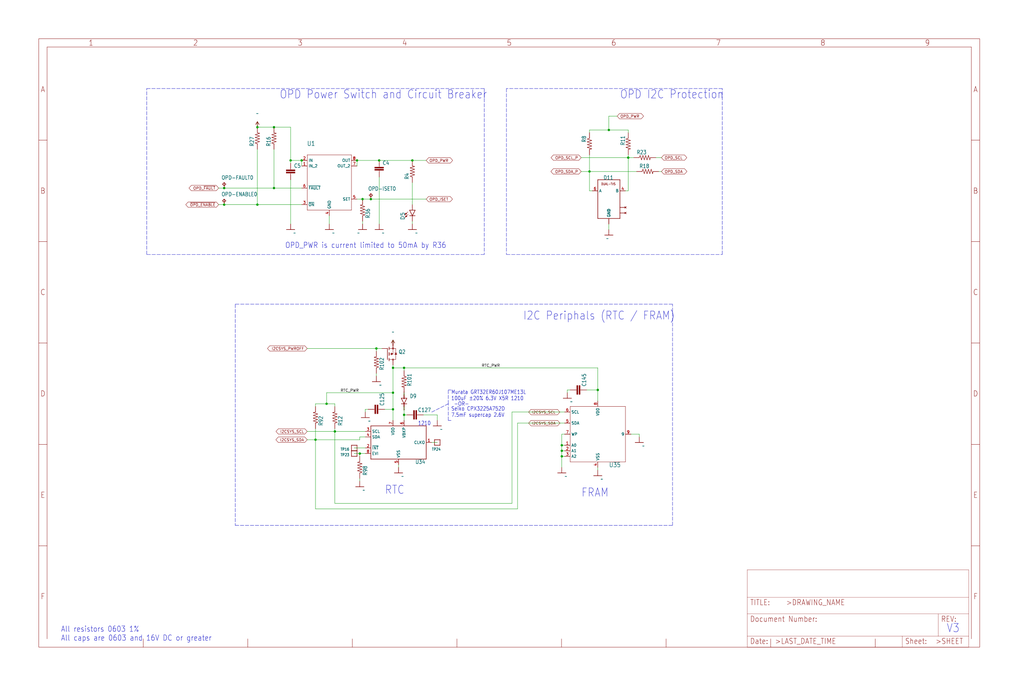
<source format=kicad_sch>
(kicad_sch (version 20211123) (generator eeschema)
  (paper "User" 469.9 317.906)
  (lib_symbols
    (symbol "oresat-c3-eagle-import:3.3V" (power)
      (property "Value" "3.3V" (at -2.54 0 0))
      (symbol "3.3V_1_0"
        (polyline (pts (xy 0 0) (xy -0.762 -1.27)) (stroke (width 0.254)))
        (polyline (pts (xy 0.762 -1.27) (xy 0 0)) (stroke (width 0.254)))
        (pin power_in line (at 0 -2.54 90) (length 2.54) (name "3.3V") (number "1"))
      )
    )
    (symbol "oresat-c3-eagle-import:C-EU0603-C-NOSILK"
      (property "Reference" "C" (at 1.524 0.381 0))
      (property "Value" "C-EU0603-C-NOSILK" (at 1.524 -4.699 0))
      (symbol "C-EU0603-C-NOSILK_1_0"
        (rectangle (start -2.032 -2.032) (end 2.032 -1.524) (fill (type outline)))
        (rectangle (start -2.032 -1.016) (end 2.032 -0.508) (fill (type outline)))
        (polyline (pts (xy 0 -2.54) (xy 0 -2.032)) (stroke (width 0.1524)))
        (polyline (pts (xy 0 0) (xy 0 -0.508)) (stroke (width 0.1524)))
        (pin passive line (at 0 2.54 270) (length 2.54) (name "1") (number "1"))
        (pin passive line (at 0 -5.08 90) (length 2.54) (name "2") (number "2"))
      )
    )
    (symbol "oresat-c3-eagle-import:C-EUC1210K"
      (property "Reference" "C" (at 1.524 0.381 0))
      (property "Value" "C-EUC1210K" (at 1.524 -4.699 0))
      (symbol "C-EUC1210K_1_0"
        (rectangle (start -2.032 -2.032) (end 2.032 -1.524) (fill (type outline)))
        (rectangle (start -2.032 -1.016) (end 2.032 -0.508) (fill (type outline)))
        (polyline (pts (xy 0 -2.54) (xy 0 -2.032)) (stroke (width 0.1524)))
        (polyline (pts (xy 0 0) (xy 0 -0.508)) (stroke (width 0.1524)))
        (pin passive line (at 0 2.54 270) (length 2.54) (name "1") (number "1"))
        (pin passive line (at 0 -5.08 90) (length 2.54) (name "2") (number "2"))
      )
    )
    (symbol "oresat-c3-eagle-import:DIODE-SOD323-R"
      (property "Reference" "D" (at -2.54 1.905 0))
      (property "Value" "DIODE-SOD323-R" (at -2.54 -3.81 0))
      (symbol "DIODE-SOD323-R_1_0"
        (polyline (pts (xy -1.27 -1.27) (xy 1.27 0)) (stroke (width 0.254)))
        (polyline (pts (xy -1.27 0) (xy -2.54 0)) (stroke (width 0.254)))
        (polyline (pts (xy -1.27 0) (xy -1.27 -1.27)) (stroke (width 0.254)))
        (polyline (pts (xy -1.27 1.27) (xy -1.27 0)) (stroke (width 0.254)))
        (polyline (pts (xy 1.27 0) (xy -1.27 1.27)) (stroke (width 0.254)))
        (polyline (pts (xy 1.27 0) (xy 1.27 -1.27)) (stroke (width 0.254)))
        (polyline (pts (xy 1.27 1.27) (xy 1.27 0)) (stroke (width 0.254)))
        (polyline (pts (xy 2.54 0) (xy 1.27 0)) (stroke (width 0.254)))
        (text "SpiceOrder 1" (at -2.54 0 0) (effects (font (size 0.4064 0.3454))))
        (text "SpiceOrder 2" (at 2.54 0 0) (effects (font (size 0.4064 0.3454))))
        (pin passive line (at -2.54 0 0) (length 0) (name "A") (number "A"))
        (pin passive line (at 2.54 0 180) (length 0) (name "C") (number "C"))
      )
    )
    (symbol "oresat-c3-eagle-import:FM24CL64B-DGTR"
      (property "Reference" "U" (at 5.08 -15.24 0))
      (property "Value" "FM24CL64B-DGTR" (at 5.08 -17.78 0))
      (symbol "FM24CL64B-DGTR_1_0"
        (polyline (pts (xy -12.7 -12.7) (xy 12.7 -12.7)) (stroke (width 0.1524)))
        (polyline (pts (xy -12.7 12.7) (xy -12.7 -12.7)) (stroke (width 0.1524)))
        (polyline (pts (xy 12.7 -12.7) (xy 12.7 12.7)) (stroke (width 0.1524)))
        (polyline (pts (xy 12.7 12.7) (xy -12.7 12.7)) (stroke (width 0.1524)))
        (pin input line (at -15.24 -5.08 0) (length 2.54) (name "A0") (number "1"))
        (pin input line (at -15.24 -7.62 0) (length 2.54) (name "A1") (number "2"))
        (pin input line (at -15.24 -10.16 0) (length 2.54) (name "A2") (number "3"))
        (pin power_in line (at 0 -15.24 90) (length 2.54) (name "VSS") (number "4"))
        (pin bidirectional line (at -15.24 5.08 0) (length 2.54) (name "SDA") (number "5"))
        (pin input line (at -15.24 10.16 0) (length 2.54) (name "SCL") (number "6"))
        (pin input line (at -15.24 0 0) (length 2.54) (name "WP") (number "7"))
        (pin power_in line (at 0 15.24 270) (length 2.54) (name "VDD") (number "8"))
        (pin passive line (at 15.24 0 180) (length 2.54) (name "9") (number "9"))
      )
    )
    (symbol "oresat-c3-eagle-import:FRAME_B_L"
      (symbol "FRAME_B_L_1_0"
        (polyline (pts (xy 0 46.5667) (xy 3.81 46.5667)))
        (polyline (pts (xy 0 93.1333) (xy 3.81 93.1333)))
        (polyline (pts (xy 0 139.7) (xy 3.81 139.7)))
        (polyline (pts (xy 0 186.2667) (xy 3.81 186.2667)))
        (polyline (pts (xy 0 232.8333) (xy 3.81 232.8333)))
        (polyline (pts (xy 3.81 3.81) (xy 3.81 275.59)))
        (polyline (pts (xy 47.9778 0) (xy 47.9778 3.81)))
        (polyline (pts (xy 95.9556 0) (xy 95.9556 3.81)))
        (polyline (pts (xy 143.9333 0) (xy 143.9333 3.81)))
        (polyline (pts (xy 191.9111 0) (xy 191.9111 3.81)))
        (polyline (pts (xy 239.8889 0) (xy 239.8889 3.81)))
        (polyline (pts (xy 287.8667 0) (xy 287.8667 3.81)))
        (polyline (pts (xy 335.8444 0) (xy 335.8444 3.81)))
        (polyline (pts (xy 383.8222 0) (xy 383.8222 3.81)))
        (polyline (pts (xy 427.99 3.81) (xy 427.99 275.59)))
        (polyline (pts (xy 427.99 46.5667) (xy 431.8 46.5667)))
        (polyline (pts (xy 427.99 93.1333) (xy 431.8 93.1333)))
        (polyline (pts (xy 427.99 139.7) (xy 431.8 139.7)))
        (polyline (pts (xy 427.99 186.2667) (xy 431.8 186.2667)))
        (polyline (pts (xy 427.99 232.8333) (xy 431.8 232.8333)))
        (polyline (pts (xy 427.99 275.59) (xy 3.81 275.59)))
        (polyline (pts (xy 0 0) (xy 431.8 0) (xy 431.8 279.4) (xy 0 279.4) (xy 0 0)))
        (text "1" (at 23.9889 277.495 0) (effects (font (size 2.54 2.286))))
        (text "2" (at 71.9667 277.495 0) (effects (font (size 2.54 2.286))))
        (text "3" (at 119.9444 277.495 0) (effects (font (size 2.54 2.286))))
        (text "4" (at 167.9222 277.495 0) (effects (font (size 2.54 2.286))))
        (text "5" (at 215.9 277.495 0) (effects (font (size 2.54 2.286))))
        (text "6" (at 263.8778 277.495 0) (effects (font (size 2.54 2.286))))
        (text "7" (at 311.8556 277.495 0) (effects (font (size 2.54 2.286))))
        (text "8" (at 359.8333 277.495 0) (effects (font (size 2.54 2.286))))
        (text "9" (at 407.8111 277.495 0) (effects (font (size 2.54 2.286))))
        (text "A" (at 1.905 256.1167 0) (effects (font (size 2.54 2.286))))
        (text "A" (at 429.895 256.1167 0) (effects (font (size 2.54 2.286))))
        (text "B" (at 1.905 209.55 0) (effects (font (size 2.54 2.286))))
        (text "B" (at 429.895 209.55 0) (effects (font (size 2.54 2.286))))
        (text "C" (at 1.905 162.9833 0) (effects (font (size 2.54 2.286))))
        (text "C" (at 429.895 162.9833 0) (effects (font (size 2.54 2.286))))
        (text "D" (at 1.905 116.4167 0) (effects (font (size 2.54 2.286))))
        (text "D" (at 429.895 116.4167 0) (effects (font (size 2.54 2.286))))
        (text "E" (at 1.905 69.85 0) (effects (font (size 2.54 2.286))))
        (text "E" (at 429.895 69.85 0) (effects (font (size 2.54 2.286))))
        (text "F" (at 1.905 23.2833 0) (effects (font (size 2.54 2.286))))
        (text "F" (at 429.895 23.2833 0) (effects (font (size 2.54 2.286))))
      )
      (symbol "FRAME_B_L_2_0"
        (polyline (pts (xy 0 0) (xy 0 5.08)) (stroke (width 0.1016)))
        (polyline (pts (xy 0 0) (xy 71.12 0)) (stroke (width 0.1016)))
        (polyline (pts (xy 0 5.08) (xy 0 15.24)) (stroke (width 0.1016)))
        (polyline (pts (xy 0 5.08) (xy 71.12 5.08)) (stroke (width 0.1016)))
        (polyline (pts (xy 0 15.24) (xy 0 22.86)) (stroke (width 0.1016)))
        (polyline (pts (xy 0 22.86) (xy 0 35.56)) (stroke (width 0.1016)))
        (polyline (pts (xy 0 22.86) (xy 101.6 22.86)) (stroke (width 0.1016)))
        (polyline (pts (xy 71.12 0) (xy 101.6 0)) (stroke (width 0.1016)))
        (polyline (pts (xy 71.12 5.08) (xy 71.12 0)) (stroke (width 0.1016)))
        (polyline (pts (xy 71.12 5.08) (xy 87.63 5.08)) (stroke (width 0.1016)))
        (polyline (pts (xy 87.63 5.08) (xy 101.6 5.08)) (stroke (width 0.1016)))
        (polyline (pts (xy 87.63 15.24) (xy 0 15.24)) (stroke (width 0.1016)))
        (polyline (pts (xy 87.63 15.24) (xy 87.63 5.08)) (stroke (width 0.1016)))
        (polyline (pts (xy 101.6 5.08) (xy 101.6 0)) (stroke (width 0.1016)))
        (polyline (pts (xy 101.6 15.24) (xy 87.63 15.24)) (stroke (width 0.1016)))
        (polyline (pts (xy 101.6 15.24) (xy 101.6 5.08)) (stroke (width 0.1016)))
        (polyline (pts (xy 101.6 22.86) (xy 101.6 15.24)) (stroke (width 0.1016)))
        (polyline (pts (xy 101.6 35.56) (xy 0 35.56)) (stroke (width 0.1016)))
        (polyline (pts (xy 101.6 35.56) (xy 101.6 22.86)) (stroke (width 0.1016)))
        (text ">DRAWING_NAME" (at 17.78 19.05 0) (effects (font (size 2.54 2.159)) (justify left bottom)))
        (text ">LAST_DATE_TIME" (at 12.7 1.27 0) (effects (font (size 2.54 2.159)) (justify left bottom)))
        (text ">SHEET" (at 86.36 1.27 0) (effects (font (size 2.54 2.159)) (justify left bottom)))
        (text "Date:" (at 1.27 1.27 0) (effects (font (size 2.54 2.159)) (justify left bottom)))
        (text "Document Number:" (at 1.27 11.43 0) (effects (font (size 2.54 2.159)) (justify left bottom)))
        (text "REV:" (at 88.9 11.43 0) (effects (font (size 2.54 2.159)) (justify left bottom)))
        (text "Sheet:" (at 72.39 1.27 0) (effects (font (size 2.54 2.159)) (justify left bottom)))
        (text "TITLE:" (at 1.27 19.05 0) (effects (font (size 2.54 2.159)) (justify left bottom)))
      )
    )
    (symbol "oresat-c3-eagle-import:GND" (power)
      (property "Value" "GND" (at -2.54 -2.54 0))
      (symbol "GND_1_0"
        (polyline (pts (xy -1.905 0) (xy 1.905 0)) (stroke (width 0.254)))
        (pin power_in line (at 0 2.54 270) (length 2.54) (name "GND") (number "1"))
      )
    )
    (symbol "oresat-c3-eagle-import:LED-GREEN0603"
      (property "Reference" "D" (at -3.429 -4.572 90))
      (property "Value" "LED-GREEN0603" (at 1.905 -4.572 90))
      (symbol "LED-GREEN0603_1_0"
        (polyline (pts (xy -2.032 -0.762) (xy -3.429 -2.159)) (stroke (width 0.1524)))
        (polyline (pts (xy -1.905 -1.905) (xy -3.302 -3.302)) (stroke (width 0.1524)))
        (polyline (pts (xy 0 -2.54) (xy -1.27 -2.54)) (stroke (width 0.254)))
        (polyline (pts (xy 0 -2.54) (xy -1.27 0)) (stroke (width 0.254)))
        (polyline (pts (xy 1.27 -2.54) (xy 0 -2.54)) (stroke (width 0.254)))
        (polyline (pts (xy 1.27 0) (xy -1.27 0)) (stroke (width 0.254)))
        (polyline (pts (xy 1.27 0) (xy 0 -2.54)) (stroke (width 0.254)))
        (polyline (pts (xy -3.429 -2.159) (xy -3.048 -1.27) (xy -2.54 -1.778)) (fill (type outline)))
        (polyline (pts (xy -3.302 -3.302) (xy -2.921 -2.413) (xy -2.413 -2.921)) (fill (type outline)))
        (pin passive line (at 0 2.54 270) (length 2.54) (name "A") (number "A"))
        (pin passive line (at 0 -5.08 90) (length 2.54) (name "C") (number "C"))
      )
    )
    (symbol "oresat-c3-eagle-import:MAX892LEUA+T21-0036K-L"
      (property "Reference" "U" (at -5.2324 14.1986 0))
      (property "Value" "MAX892LEUA+T21-0036K-L" (at -5.1054 11.6586 0))
      (symbol "MAX892LEUA+T21-0036K-L_1_0"
        (polyline (pts (xy -10.16 -15.24) (xy 10.16 -15.24)) (stroke (width 0.1524)))
        (polyline (pts (xy -10.16 10.16) (xy -10.16 -15.24)) (stroke (width 0.1524)))
        (polyline (pts (xy 10.16 -15.24) (xy 10.16 10.16)) (stroke (width 0.1524)))
        (polyline (pts (xy 10.16 10.16) (xy -10.16 10.16)) (stroke (width 0.1524)))
        (pin power_in line (at -12.7 5.08 0) (length 2.54) (name "IN_2") (number "1"))
        (pin power_in line (at -12.7 7.62 0) (length 2.54) (name "IN") (number "2"))
        (pin input line (at -12.7 -12.7 0) (length 2.54) (name "~{ON}") (number "3"))
        (pin power_in line (at 0 -17.78 90) (length 2.54) (name "GND") (number "4"))
        (pin input line (at 12.7 -10.16 180) (length 2.54) (name "SET") (number "5"))
        (pin output line (at -12.7 -5.08 0) (length 2.54) (name "~{FAULT}") (number "6"))
        (pin power_in line (at 12.7 5.08 180) (length 2.54) (name "OUT_2") (number "7"))
        (pin power_in line (at 12.7 7.62 180) (length 2.54) (name "OUT") (number "8"))
      )
    )
    (symbol "oresat-c3-eagle-import:P-MOSFET-SOT23-3"
      (property "Reference" "Q" (at 5.08 0 0))
      (property "Value" "P-MOSFET-SOT23-3" (at 5.08 -2.54 0))
      (symbol "P-MOSFET-SOT23-3_1_0"
        (polyline (pts (xy 0 -2.54) (xy 0 2.54)) (stroke (width 0.254)))
        (polyline (pts (xy 0.762 -3.175) (xy 0.762 -2.54)) (stroke (width 0.254)))
        (polyline (pts (xy 0.762 -2.54) (xy 0.762 -1.905)) (stroke (width 0.254)))
        (polyline (pts (xy 0.762 -2.54) (xy 3.81 -2.54)) (stroke (width 0.1524)))
        (polyline (pts (xy 0.762 -0.762) (xy 0.762 0)) (stroke (width 0.254)))
        (polyline (pts (xy 0.762 0) (xy 0.762 0.762)) (stroke (width 0.254)))
        (polyline (pts (xy 0.762 0) (xy 2.54 0)) (stroke (width 0.1524)))
        (polyline (pts (xy 0.762 1.905) (xy 0.762 2.54)) (stroke (width 0.254)))
        (polyline (pts (xy 0.762 2.54) (xy 0.762 3.175)) (stroke (width 0.254)))
        (polyline (pts (xy 2.54 0) (xy 2.54 2.54)) (stroke (width 0.1524)))
        (polyline (pts (xy 2.54 2.54) (xy 0.762 2.54)) (stroke (width 0.1524)))
        (polyline (pts (xy 2.54 2.54) (xy 3.81 2.54)) (stroke (width 0.1524)))
        (polyline (pts (xy 3.302 0.508) (xy 3.81 0.508)) (stroke (width 0.1524)))
        (polyline (pts (xy 3.81 -2.54) (xy 3.81 0.508)) (stroke (width 0.1524)))
        (polyline (pts (xy 3.81 0.508) (xy 3.81 2.54)) (stroke (width 0.1524)))
        (polyline (pts (xy 3.81 0.508) (xy 4.318 0.508)) (stroke (width 0.1524)))
        (polyline (pts (xy 2.54 0) (xy 1.778 0.508) (xy 1.778 -0.508)) (fill (type outline)))
        (polyline (pts (xy 3.81 0.508) (xy 4.318 -0.254) (xy 3.302 -0.254)) (fill (type outline)))
        (circle (center 2.54 -2.54) (radius 0.3592))
        (circle (center 2.54 2.54) (radius 0.3592))
        (pin passive line (at -2.54 2.54 0) (length 2.54) (name "G") (number "1"))
        (pin passive line (at 2.54 5.08 270) (length 2.54) (name "S") (number "2"))
        (pin passive line (at 2.54 -5.08 90) (length 2.54) (name "D") (number "3"))
      )
    )
    (symbol "oresat-c3-eagle-import:R-US_0603-C-NOSILK"
      (property "Reference" "R" (at -3.81 1.4986 0))
      (property "Value" "R-US_0603-C-NOSILK" (at -3.81 -3.302 0))
      (symbol "R-US_0603-C-NOSILK_1_0"
        (polyline (pts (xy -2.54 0) (xy -2.159 1.016)) (stroke (width 0.2032)))
        (polyline (pts (xy -2.159 1.016) (xy -1.524 -1.016)) (stroke (width 0.2032)))
        (polyline (pts (xy -1.524 -1.016) (xy -0.889 1.016)) (stroke (width 0.2032)))
        (polyline (pts (xy -0.889 1.016) (xy -0.254 -1.016)) (stroke (width 0.2032)))
        (polyline (pts (xy -0.254 -1.016) (xy 0.381 1.016)) (stroke (width 0.2032)))
        (polyline (pts (xy 0.381 1.016) (xy 1.016 -1.016)) (stroke (width 0.2032)))
        (polyline (pts (xy 1.016 -1.016) (xy 1.651 1.016)) (stroke (width 0.2032)))
        (polyline (pts (xy 1.651 1.016) (xy 2.286 -1.016)) (stroke (width 0.2032)))
        (polyline (pts (xy 2.286 -1.016) (xy 2.54 0)) (stroke (width 0.2032)))
        (pin passive line (at -5.08 0 0) (length 2.54) (name "1") (number "1"))
        (pin passive line (at 5.08 0 180) (length 2.54) (name "2") (number "2"))
      )
    )
    (symbol "oresat-c3-eagle-import:RV-3028-C7"
      (property "Reference" "U" (at 13.97 10.16 0))
      (property "Value" "RV-3028-C7" (at 13.97 7.62 0))
      (symbol "RV-3028-C7_1_0"
        (polyline (pts (xy -12.7 7.62) (xy -12.7 -7.62)) (stroke (width 0.254)))
        (polyline (pts (xy -12.7 7.62) (xy 12.7 7.62)) (stroke (width 0.254)))
        (polyline (pts (xy 12.7 -7.62) (xy -12.7 -7.62)) (stroke (width 0.254)))
        (polyline (pts (xy 12.7 -7.62) (xy 12.7 7.62)) (stroke (width 0.254)))
        (pin bidirectional line (at 15.24 0 180) (length 2.54) (name "CLKO") (number "1"))
        (pin bidirectional line (at -15.24 -2.54 0) (length 2.54) (name "~{INT}") (number "2"))
        (pin bidirectional line (at -15.24 5.08 0) (length 2.54) (name "SCL") (number "3"))
        (pin bidirectional line (at -15.24 2.54 0) (length 2.54) (name "SDA") (number "4"))
        (pin bidirectional line (at 0 -10.16 90) (length 2.54) (name "VSS") (number "5"))
        (pin bidirectional line (at 2.54 10.16 270) (length 2.54) (name "VBKP") (number "6"))
        (pin bidirectional line (at -2.54 10.16 270) (length 2.54) (name "VDD") (number "7"))
        (pin bidirectional line (at -15.24 -5.08 0) (length 2.54) (name "EVI") (number "8"))
      )
    )
    (symbol "oresat-c3-eagle-import:SN65220"
      (property "Reference" "D" (at -5.08 10.16 0))
      (symbol "SN65220_1_0"
        (polyline (pts (xy -5.08 -10.16) (xy -5.08 7.62)) (stroke (width 0.254)))
        (polyline (pts (xy -5.08 7.62) (xy 5.08 7.62)) (stroke (width 0.254)))
        (polyline (pts (xy 5.08 -10.16) (xy -5.08 -10.16)) (stroke (width 0.254)))
        (polyline (pts (xy 5.08 7.62) (xy 5.08 -10.16)) (stroke (width 0.254)))
        (text "DUAL-TVS " (at -3.556 5.08 0) (effects (font (size 1.016 0.8636)) (justify left bottom)))
        (pin no_connect line (at 7.62 -7.62 180) (length 2.54) (name "NC1") (number "1"))
        (pin bidirectional line (at 0 -12.7 90) (length 2.54) (name "GND") (number "2"))
        (pin no_connect line (at 7.62 -5.08 180) (length 2.54) (name "NC2") (number "3"))
        (pin input line (at 7.62 2.54 180) (length 2.54) (name "B") (number "4"))
        (pin bidirectional line (at 0 -12.7 90) (length 2.54) (name "GND") (number "5"))
        (pin input line (at -7.62 2.54 0) (length 2.54) (name "A") (number "6"))
      )
    )
    (symbol "oresat-c3-eagle-import:TEST-POINT-LARGE"
      (property "Reference" "TP" (at -2.54 2.54 0))
      (symbol "TEST-POINT-LARGE_1_0"
        (polyline (pts (xy -0.762 -0.762) (xy 0 0)) (stroke (width 0.254)))
        (polyline (pts (xy 0 -1.524) (xy -0.762 -0.762)) (stroke (width 0.254)))
        (polyline (pts (xy 0 0) (xy 0.762 -0.762)) (stroke (width 0.254)))
        (polyline (pts (xy 0.762 -0.762) (xy 0 -1.524)) (stroke (width 0.254)))
        (pin input line (at 0 -2.54 90) (length 2.54) (name "TP") (number "1"))
      )
    )
    (symbol "oresat-c3-eagle-import:TEST-POINT-LARGE-SQUARE"
      (property "Reference" "TP" (at -2.54 2.54 0))
      (symbol "TEST-POINT-LARGE-SQUARE_1_0"
        (polyline (pts (xy -1.27 -1.27) (xy -1.27 1.27)) (stroke (width 0.254)))
        (polyline (pts (xy -1.27 1.27) (xy 1.27 1.27)) (stroke (width 0.254)))
        (polyline (pts (xy 1.27 -1.27) (xy -1.27 -1.27)) (stroke (width 0.254)))
        (polyline (pts (xy 1.27 1.27) (xy 1.27 -1.27)) (stroke (width 0.254)))
        (pin passive line (at 0 0 0) (length 0) (name "1") (number "1"))
      )
    )
  )
  (junction (at 180.34 168.91))
  (junction (at 185.42 190.5))
  (junction (at 149.86 185.42))
  (junction (at 257.81 207.01))
  (junction (at 180.34 180.34))
  (junction (at 163.83 73.66))
  (junction (at 165.1 208.28))
  (junction (at 102.87 86.36))
  (junction (at 125.73 86.36))
  (junction (at 189.23 73.66))
  (junction (at 144.78 201.93))
  (junction (at 118.11 93.98))
  (junction (at 166.37 91.44))
  (junction (at 125.73 58.42))
  (junction (at 257.81 204.47))
  (junction (at 118.11 58.42))
  (junction (at 274.32 179.07))
  (junction (at 270.51 78.74))
  (junction (at 170.18 91.44))
  (junction (at 153.67 198.12))
  (junction (at 138.43 73.66))
  (junction (at 257.81 209.55))
  (junction (at 185.42 168.91))
  (junction (at 102.87 93.98))
  (junction (at 173.99 73.66))
  (junction (at 133.35 73.66))
  (junction (at 288.29 72.39))
  (junction (at 172.72 160.02))
  (junction (at 279.4 59.69))
  (junction (at 180.34 187.96))
  (wire (pts (xy 270.51 78.74) (xy 266.7 78.74)))
  (wire (pts (xy 234.95 231.14) (xy 153.67 231.14)))
  (wire (pts (xy 279.4 59.69) (xy 288.29 59.69)))
  (wire (pts (xy 288.29 87.63) (xy 288.29 72.39)))
  (wire (pts (xy 167.64 189.23) (xy 167.64 187.96)))
  (wire (pts (xy 279.4 59.69) (xy 279.4 53.34)))
  (wire (pts (xy 172.72 160.02) (xy 140.97 160.02)))
  (wire (pts (xy 167.64 205.74) (xy 162.56 205.74)))
  (wire (pts (xy 180.34 157.48) (xy 180.34 156.21)))
  (wire (pts (xy 300.99 72.39) (xy 303.53 72.39)))
  (wire (pts (xy 288.29 72.39) (xy 290.83 72.39)))
  (wire (pts (xy 180.34 180.34) (xy 149.86 180.34)))
  (wire (pts (xy 287.02 87.63) (xy 288.29 87.63)))
  (polyline (pts (xy 205.74 179.07) (xy 207.01 179.07)))
  (wire (pts (xy 198.12 203.2) (xy 200.66 203.2)))
  (wire (pts (xy 170.18 91.44) (xy 195.58 91.44)))
  (wire (pts (xy 138.43 73.66) (xy 138.43 76.2)))
  (wire (pts (xy 100.33 93.98) (xy 102.87 93.98)))
  (wire (pts (xy 289.56 199.39) (xy 293.37 199.39)))
  (wire (pts (xy 257.81 207.01) (xy 257.81 209.55)))
  (wire (pts (xy 165.1 220.98) (xy 165.1 219.71)))
  (wire (pts (xy 234.95 189.23) (xy 234.95 231.14)))
  (polyline (pts (xy 198.12 189.23) (xy 205.74 185.42)))
  (wire (pts (xy 144.78 201.93) (xy 144.78 233.68)))
  (wire (pts (xy 271.78 87.63) (xy 270.51 87.63)))
  (wire (pts (xy 180.34 187.96) (xy 180.34 180.34)))
  (polyline (pts (xy 205.74 185.42) (xy 205.74 179.07)))
  (wire (pts (xy 144.78 201.93) (xy 140.97 201.93)))
  (wire (pts (xy 259.08 189.23) (xy 234.95 189.23)))
  (wire (pts (xy 270.51 59.69) (xy 279.4 59.69)))
  (polyline (pts (xy 205.74 193.04) (xy 205.74 185.42)))
  (polyline (pts (xy 107.95 241.3) (xy 308.61 241.3)))
  (wire (pts (xy 118.11 68.58) (xy 118.11 93.98)))
  (polyline (pts (xy 308.61 139.7) (xy 107.95 139.7)))
  (wire (pts (xy 259.08 199.39) (xy 257.81 199.39)))
  (wire (pts (xy 292.1 78.74) (xy 270.51 78.74)))
  (wire (pts (xy 173.99 73.66) (xy 189.23 73.66)))
  (polyline (pts (xy 232.41 116.84) (xy 331.47 116.84)))
  (wire (pts (xy 125.73 68.58) (xy 125.73 86.36)))
  (wire (pts (xy 176.53 187.96) (xy 180.34 187.96)))
  (wire (pts (xy 270.51 71.12) (xy 270.51 78.74)))
  (wire (pts (xy 288.29 71.12) (xy 288.29 72.39)))
  (wire (pts (xy 185.42 193.04) (xy 185.42 190.5)))
  (wire (pts (xy 149.86 180.34) (xy 149.86 185.42)))
  (wire (pts (xy 167.64 198.12) (xy 153.67 198.12)))
  (wire (pts (xy 118.11 58.42) (xy 125.73 58.42)))
  (wire (pts (xy 189.23 102.87) (xy 189.23 101.6)))
  (wire (pts (xy 118.11 93.98) (xy 138.43 93.98)))
  (wire (pts (xy 153.67 198.12) (xy 153.67 196.85)))
  (wire (pts (xy 144.78 186.69) (xy 144.78 185.42)))
  (wire (pts (xy 133.35 102.87) (xy 133.35 82.55)))
  (wire (pts (xy 163.83 76.2) (xy 163.83 73.66)))
  (wire (pts (xy 189.23 73.66) (xy 195.58 73.66)))
  (wire (pts (xy 167.64 200.66) (xy 165.1 200.66)))
  (wire (pts (xy 180.34 168.91) (xy 180.34 167.64)))
  (wire (pts (xy 185.42 170.18) (xy 185.42 168.91)))
  (polyline (pts (xy 222.25 116.84) (xy 67.31 116.84)))
  (wire (pts (xy 144.78 201.93) (xy 144.78 196.85)))
  (wire (pts (xy 266.7 72.39) (xy 288.29 72.39)))
  (wire (pts (xy 274.32 179.07) (xy 274.32 184.15)))
  (wire (pts (xy 270.51 87.63) (xy 270.51 78.74)))
  (wire (pts (xy 257.81 199.39) (xy 257.81 204.47)))
  (wire (pts (xy 261.62 179.07) (xy 260.35 179.07)))
  (wire (pts (xy 172.72 172.72) (xy 172.72 171.45)))
  (polyline (pts (xy 67.31 116.84) (xy 67.31 40.64)))
  (polyline (pts (xy 67.31 40.64) (xy 222.25 40.64)))
  (wire (pts (xy 257.81 204.47) (xy 257.81 207.01)))
  (polyline (pts (xy 331.47 40.64) (xy 232.41 40.64)))
  (wire (pts (xy 153.67 231.14) (xy 153.67 198.12)))
  (polyline (pts (xy 222.25 40.64) (xy 222.25 116.84)))
  (wire (pts (xy 288.29 59.69) (xy 288.29 60.96)))
  (wire (pts (xy 257.81 209.55) (xy 257.81 214.63)))
  (wire (pts (xy 151.13 102.87) (xy 151.13 99.06)))
  (wire (pts (xy 182.88 214.63) (xy 182.88 213.36)))
  (wire (pts (xy 165.1 200.66) (xy 165.1 201.93)))
  (wire (pts (xy 173.99 102.87) (xy 173.99 81.28)))
  (wire (pts (xy 270.51 60.96) (xy 270.51 59.69)))
  (polyline (pts (xy 107.95 139.7) (xy 107.95 241.3)))
  (wire (pts (xy 163.83 91.44) (xy 166.37 91.44)))
  (wire (pts (xy 125.73 58.42) (xy 133.35 58.42)))
  (wire (pts (xy 165.1 208.28) (xy 165.1 209.55)))
  (wire (pts (xy 180.34 180.34) (xy 180.34 168.91)))
  (wire (pts (xy 118.11 55.88) (xy 118.11 58.42)))
  (wire (pts (xy 167.64 187.96) (xy 168.91 187.96)))
  (wire (pts (xy 186.69 190.5) (xy 185.42 190.5)))
  (wire (pts (xy 259.08 204.47) (xy 257.81 204.47)))
  (wire (pts (xy 125.73 86.36) (xy 138.43 86.36)))
  (wire (pts (xy 259.08 209.55) (xy 257.81 209.55)))
  (polyline (pts (xy 331.47 116.84) (xy 331.47 40.64)))
  (wire (pts (xy 165.1 208.28) (xy 162.56 208.28)))
  (wire (pts (xy 194.31 190.5) (xy 200.66 190.5)))
  (wire (pts (xy 293.37 199.39) (xy 293.37 200.66)))
  (wire (pts (xy 259.08 207.01) (xy 257.81 207.01)))
  (wire (pts (xy 274.32 215.9) (xy 274.32 214.63)))
  (wire (pts (xy 153.67 185.42) (xy 153.67 186.69)))
  (wire (pts (xy 102.87 93.98) (xy 118.11 93.98)))
  (wire (pts (xy 102.87 86.36) (xy 100.33 86.36)))
  (wire (pts (xy 153.67 198.12) (xy 140.97 198.12)))
  (wire (pts (xy 133.35 58.42) (xy 133.35 73.66)))
  (wire (pts (xy 189.23 93.98) (xy 189.23 83.82)))
  (wire (pts (xy 180.34 168.91) (xy 185.42 168.91)))
  (wire (pts (xy 166.37 102.87) (xy 166.37 101.6)))
  (wire (pts (xy 165.1 201.93) (xy 144.78 201.93)))
  (wire (pts (xy 144.78 185.42) (xy 149.86 185.42)))
  (wire (pts (xy 259.08 194.31) (xy 237.49 194.31)))
  (wire (pts (xy 125.73 86.36) (xy 102.87 86.36)))
  (polyline (pts (xy 232.41 40.64) (xy 232.41 116.84)))
  (wire (pts (xy 269.24 179.07) (xy 274.32 179.07)))
  (wire (pts (xy 185.42 168.91) (xy 274.32 168.91)))
  (wire (pts (xy 185.42 190.5) (xy 185.42 186.69)))
  (wire (pts (xy 180.34 187.96) (xy 180.34 193.04)))
  (polyline (pts (xy 308.61 241.3) (xy 308.61 139.7)))
  (wire (pts (xy 166.37 91.44) (xy 170.18 91.44)))
  (wire (pts (xy 279.4 105.41) (xy 279.4 102.87)))
  (wire (pts (xy 149.86 185.42) (xy 153.67 185.42)))
  (wire (pts (xy 138.43 73.66) (xy 133.35 73.66)))
  (wire (pts (xy 172.72 160.02) (xy 172.72 161.29)))
  (wire (pts (xy 200.66 190.5) (xy 200.66 193.04)))
  (wire (pts (xy 274.32 168.91) (xy 274.32 179.07)))
  (wire (pts (xy 237.49 233.68) (xy 237.49 194.31)))
  (wire (pts (xy 185.42 180.34) (xy 185.42 181.61)))
  (wire (pts (xy 144.78 233.68) (xy 237.49 233.68)))
  (wire (pts (xy 133.35 73.66) (xy 133.35 74.93)))
  (wire (pts (xy 163.83 73.66) (xy 173.99 73.66)))
  (wire (pts (xy 279.4 53.34) (xy 283.21 53.34)))
  (wire (pts (xy 167.64 208.28) (xy 165.1 208.28)))
  (wire (pts (xy 260.35 179.07) (xy 260.35 180.34)))
  (wire (pts (xy 302.26 78.74) (xy 303.53 78.74)))
  (wire (pts (xy 175.26 160.02) (xy 172.72 160.02)))
  (polyline (pts (xy 205.74 193.04) (xy 207.01 193.04)))
  (text "-OR-" (at 208.28 186.69 180) (effects (font (size 1.778 1.5113)) (justify left bottom)))
  (text "RTC" (at 176.53 227.33 180) (effects (font (size 3.81 3.2385)) (justify left bottom)))
  (text "OPD_PWR is current limited to 50mA by R36" (at 130.81 114.3 180) (effects (font (size 2.54 2.159)) (justify left bottom)))
  (text "1210" (at 191.77 195.58 180) (effects (font (size 1.778 1.5113)) (justify left bottom)))
  (text "OPD I2C Protection" (at 284.48 45.72 180) (effects (font (size 3.81 3.2385)) (justify left bottom)))
  (text "Seiko CPX3225A752D\n7.5mF supercap 2.6V" (at 207.01 191.77 180) (effects (font (size 1.778 1.5113)) (justify left bottom)))
  (text "All resistors 0603 1%\nAll caps are 0603 and 16V DC or greater" (at 27.94 294.64 180) (effects (font (size 2.54 2.159)) (justify left bottom)))
  (text "OPD Power Switch and Circuit Breaker" (at 128.27 45.72 180) (effects (font (size 3.81 3.2385)) (justify left bottom)))
  (text "I2C Periphals (RTC / FRAM)" (at 240.03 147.32 180) (effects (font (size 3.81 3.2385)) (justify left bottom)))
  (text "FRAM" (at 266.7 228.6 180) (effects (font (size 3.81 3.2385)) (justify left bottom)))
  (text "Murata GRT32ER60J107ME13L\n100uF ±20% 6.3V X5R 1210" (at 207.01 184.15 180) (effects (font (size 1.778 1.5113)) (justify left bottom)))
  (text "V3" (at 434.34 290.83 180) (effects (font (size 3.81 3.2385)) (justify left bottom)))
  (label "RTC_PWR" (at 156.21 180.34 0) (effects (font (size 1.2446 1.2446))))
  (label "RTC_PWR" (at 220.98 168.91 0) (effects (font (size 1.2446 1.2446))))
  (global_label "OPD_SDA" (shape bidirectional) (at 303.53 78.74 0) (effects (font (size 1.2446 1.2446))) (property "Intersheet References" "${INTERSHEET_REFS}" (effects hide)))
  (global_label "I2CSYS_PWROFF" (shape bidirectional) (at 140.97 160.02 180) (effects (font (size 1.2446 1.2446))) (property "Intersheet References" "${INTERSHEET_REFS}" (effects hide)))
  (global_label "I2CSYS_SCL" (shape bidirectional) (at 140.97 198.12 180) (effects (font (size 1.2446 1.2446))) (property "Intersheet References" "${INTERSHEET_REFS}" (effects hide)))
  (global_label "OPD_PWR" (shape bidirectional) (at 283.21 53.34 0) (effects (font (size 1.2446 1.2446))) (property "Intersheet References" "${INTERSHEET_REFS}" (effects hide)))
  (global_label "I2CSYS_SCL" (shape bidirectional) (at 242.57 189.23 0) (effects (font (size 1.2446 1.2446))) (property "Intersheet References" "${INTERSHEET_REFS}" (effects hide)))
  (global_label "I2CSYS_SDA" (shape bidirectional) (at 242.57 194.31 0) (effects (font (size 1.2446 1.2446))) (property "Intersheet References" "${INTERSHEET_REFS}" (effects hide)))
  (global_label "I2CSYS_SDA" (shape bidirectional) (at 140.97 201.93 180) (effects (font (size 1.2446 1.2446))) (property "Intersheet References" "${INTERSHEET_REFS}" (effects hide)))
  (global_label "OPD_SDA_P" (shape bidirectional) (at 266.7 78.74 180) (effects (font (size 1.2446 1.2446))) (property "Intersheet References" "${INTERSHEET_REFS}" (effects hide)))
  (global_label "OPD_ISET" (shape bidirectional) (at 195.58 91.44 0) (effects (font (size 1.2446 1.2446))) (property "Intersheet References" "${INTERSHEET_REFS}" (effects hide)))
  (global_label "OPD_PWR" (shape bidirectional) (at 195.58 73.66 0) (effects (font (size 1.2446 1.2446))) (property "Intersheet References" "${INTERSHEET_REFS}" (effects hide)))
  (global_label "OPD_SCL_P" (shape bidirectional) (at 266.7 72.39 180) (effects (font (size 1.2446 1.2446))) (property "Intersheet References" "${INTERSHEET_REFS}" (effects hide)))
  (global_label "~{OPD_ENABLE}" (shape bidirectional) (at 100.33 93.98 180) (effects (font (size 1.2446 1.2446))) (property "Intersheet References" "${INTERSHEET_REFS}" (effects hide)))
  (global_label "OPD_~{FAULT}" (shape bidirectional) (at 100.33 86.36 180) (effects (font (size 1.2446 1.2446))) (property "Intersheet References" "${INTERSHEET_REFS}" (effects hide)))
  (global_label "OPD_SCL" (shape bidirectional) (at 303.53 72.39 0) (effects (font (size 1.2446 1.2446))) (property "Intersheet References" "${INTERSHEET_REFS}" (effects hide)))
  (symbol (lib_id "oresat-c3-eagle-import:FRAME_B_L") (at 17.78 297.18 0) (unit 1)
    (property "Reference" "#FRAME6" (effects hide))
  )
  (symbol (lib_id "oresat-c3-eagle-import:GND") (at 189.23 105.41 0) (mirror y) (unit 1)
    (property "Reference" "#GND11" (effects hide))
  )
  (symbol (lib_id "oresat-c3-eagle-import:3.3V") (at 180.34 156.21 0) (mirror y) (unit 1)
    (property "Reference" "#SUPPLY11" (effects hide))
  )
  (symbol (lib_id "oresat-c3-eagle-import:P-MOSFET-SOT23-3") (at 177.8 162.56 0) (unit 1)
    (property "Reference" "Q2" (at 182.88 162.56 0) (effects (font (size 1.778 1.5113)) (justify left bottom)))
  )
  (symbol (lib_id "oresat-c3-eagle-import:GND") (at 257.81 217.17 0) (mirror y) (unit 1)
    (property "Reference" "#GND150" (effects hide))
  )
  (symbol (lib_id "oresat-c3-eagle-import:C-EU0603-C-NOSILK") (at 133.35 77.47 0) (unit 1)
    (property "Reference" "C5" (at 134.874 77.089 0) (effects (font (size 1.778 1.5113)) (justify left bottom)))
  )
  (symbol (lib_id "oresat-c3-eagle-import:TEST-POINT-LARGE-SQUARE") (at 200.66 203.2 270) (unit 1)
    (property "Reference" "TP24" (at 198.12 207.01 90) (effects (font (size 1.27 1.0795)) (justify left bottom)))
  )
  (symbol (lib_id "oresat-c3-eagle-import:FRAME_B_L") (at 342.9 297.18 0) (unit 2)
    (property "Reference" "#FRAME6" (effects hide))
  )
  (symbol (lib_id "oresat-c3-eagle-import:GND") (at 260.35 182.88 0) (mirror y) (unit 1)
    (property "Reference" "#GND151" (effects hide))
  )
  (symbol (lib_id "oresat-c3-eagle-import:GND") (at 182.88 217.17 0) (mirror y) (unit 1)
    (property "Reference" "#GND38" (effects hide))
  )
  (symbol (lib_id "oresat-c3-eagle-import:DIODE-SOD323-R") (at 185.42 184.15 90) (mirror x) (unit 1)
    (property "Reference" "D9" (at 187.96 182.88 90) (effects (font (size 1.778 1.5113)) (justify right bottom)))
  )
  (symbol (lib_id "oresat-c3-eagle-import:FM24CL64B-DGTR") (at 274.32 199.39 0) (unit 1)
    (property "Reference" "U35" (at 279.4 214.63 0) (effects (font (size 2.0828 1.7703)) (justify left bottom)))
  )
  (symbol (lib_id "oresat-c3-eagle-import:C-EUC1210K") (at 189.23 190.5 90) (unit 1)
    (property "Reference" "C127" (at 191.77 189.23 90) (effects (font (size 1.778 1.5113)) (justify right top)))
  )
  (symbol (lib_id "oresat-c3-eagle-import:GND") (at 279.4 107.95 0) (mirror y) (unit 1)
    (property "Reference" "#GND5" (effects hide))
  )
  (symbol (lib_id "oresat-c3-eagle-import:TEST-POINT-LARGE") (at 102.87 91.44 0) (unit 1)
    (property "Reference" "OPD-ENABLE0" (at 101.6 90.17 0) (effects (font (size 1.778 1.5113)) (justify left bottom)))
  )
  (symbol (lib_id "oresat-c3-eagle-import:R-US_0603-C-NOSILK") (at 288.29 66.04 90) (mirror x) (unit 1)
    (property "Reference" "R11" (at 286.7914 62.23 0) (effects (font (size 1.778 1.5113)) (justify left bottom)))
  )
  (symbol (lib_id "oresat-c3-eagle-import:LED-GREEN0603") (at 189.23 96.52 0) (unit 1)
    (property "Reference" "D5" (at 185.801 101.092 90) (effects (font (size 1.778 1.778)) (justify left bottom)))
  )
  (symbol (lib_id "oresat-c3-eagle-import:RV-3028-C7") (at 182.88 203.2 0) (unit 1)
    (property "Reference" "U34" (at 190.5 212.09 0) (effects (font (size 1.778 1.5113)) (justify left)))
  )
  (symbol (lib_id "oresat-c3-eagle-import:R-US_0603-C-NOSILK") (at 189.23 78.74 90) (unit 1)
    (property "Reference" "R4" (at 187.7314 82.55 0) (effects (font (size 1.778 1.5113)) (justify left bottom)))
  )
  (symbol (lib_id "oresat-c3-eagle-import:GND") (at 151.13 105.41 0) (mirror y) (unit 1)
    (property "Reference" "#GND23" (effects hide))
  )
  (symbol (lib_id "oresat-c3-eagle-import:GND") (at 167.64 191.77 0) (mirror y) (unit 1)
    (property "Reference" "#GND56" (effects hide))
  )
  (symbol (lib_id "oresat-c3-eagle-import:R-US_0603-C-NOSILK") (at 172.72 166.37 270) (mirror x) (unit 1)
    (property "Reference" "R102" (at 174.2186 170.18 0) (effects (font (size 1.778 1.5113)) (justify left bottom)))
  )
  (symbol (lib_id "oresat-c3-eagle-import:R-US_0603-C-NOSILK") (at 166.37 96.52 270) (mirror x) (unit 1)
    (property "Reference" "R36" (at 167.8686 100.33 0) (effects (font (size 1.778 1.5113)) (justify left bottom)))
  )
  (symbol (lib_id "oresat-c3-eagle-import:R-US_0603-C-NOSILK") (at 153.67 191.77 270) (mirror x) (unit 1)
    (property "Reference" "R12" (at 155.1686 195.58 0) (effects (font (size 1.778 1.5113)) (justify left bottom)))
  )
  (symbol (lib_id "oresat-c3-eagle-import:GND") (at 165.1 223.52 0) (mirror y) (unit 1)
    (property "Reference" "#GND131" (effects hide))
  )
  (symbol (lib_id "oresat-c3-eagle-import:C-EU0603-C-NOSILK") (at 173.99 76.2 0) (unit 1)
    (property "Reference" "C4" (at 175.514 75.819 0) (effects (font (size 1.778 1.5113)) (justify left bottom)))
  )
  (symbol (lib_id "oresat-c3-eagle-import:GND") (at 173.99 105.41 0) (mirror y) (unit 1)
    (property "Reference" "#GND32" (effects hide))
  )
  (symbol (lib_id "oresat-c3-eagle-import:R-US_0603-C-NOSILK") (at 165.1 214.63 270) (mirror x) (unit 1)
    (property "Reference" "R98" (at 166.5986 218.44 0) (effects (font (size 1.778 1.5113)) (justify left bottom)))
  )
  (symbol (lib_id "oresat-c3-eagle-import:C-EU0603-C-NOSILK") (at 266.7 179.07 270) (mirror x) (unit 1)
    (property "Reference" "C145" (at 267.081 177.546 0) (effects (font (size 1.778 1.5113)) (justify left bottom)))
  )
  (symbol (lib_id "oresat-c3-eagle-import:TEST-POINT-LARGE-SQUARE") (at 162.56 208.28 0) (unit 1)
    (property "Reference" "TP23" (at 156.21 209.55 0) (effects (font (size 1.27 1.0795)) (justify left bottom)))
  )
  (symbol (lib_id "oresat-c3-eagle-import:R-US_0603-C-NOSILK") (at 125.73 63.5 90) (unit 1)
    (property "Reference" "R16" (at 124.2314 67.31 0) (effects (font (size 1.778 1.5113)) (justify left bottom)))
  )
  (symbol (lib_id "oresat-c3-eagle-import:GND") (at 293.37 203.2 0) (mirror y) (unit 1)
    (property "Reference" "#GND152" (effects hide))
  )
  (symbol (lib_id "oresat-c3-eagle-import:GND") (at 200.66 195.58 0) (mirror y) (unit 1)
    (property "Reference" "#GND132" (effects hide))
  )
  (symbol (lib_id "oresat-c3-eagle-import:R-US_0603-C-NOSILK") (at 118.11 63.5 90) (unit 1)
    (property "Reference" "R27" (at 116.6114 67.31 0) (effects (font (size 1.778 1.5113)) (justify left bottom)))
  )
  (symbol (lib_id "oresat-c3-eagle-import:GND") (at 274.32 218.44 0) (mirror y) (unit 1)
    (property "Reference" "#GND149" (effects hide))
  )
  (symbol (lib_id "oresat-c3-eagle-import:GND") (at 133.35 105.41 0) (mirror y) (unit 1)
    (property "Reference" "#GND46" (effects hide))
  )
  (symbol (lib_id "oresat-c3-eagle-import:C-EU0603-C-NOSILK") (at 173.99 187.96 270) (mirror x) (unit 1)
    (property "Reference" "C125" (at 174.371 186.436 0) (effects (font (size 1.778 1.5113)) (justify left bottom)))
  )
  (symbol (lib_id "oresat-c3-eagle-import:TEST-POINT-LARGE") (at 102.87 83.82 0) (unit 1)
    (property "Reference" "OPD-FAULT0" (at 101.6 82.55 0) (effects (font (size 1.778 1.5113)) (justify left bottom)))
  )
  (symbol (lib_id "oresat-c3-eagle-import:3.3V") (at 118.11 55.88 0) (unit 1)
    (property "Reference" "#SUPPLY9" (effects hide))
  )
  (symbol (lib_id "oresat-c3-eagle-import:R-US_0603-C-NOSILK") (at 270.51 66.04 90) (mirror x) (unit 1)
    (property "Reference" "R8" (at 269.0114 62.23 0) (effects (font (size 1.778 1.5113)) (justify left bottom)))
  )
  (symbol (lib_id "oresat-c3-eagle-import:MAX892LEUA+T21-0036K-L") (at 151.13 81.28 0) (unit 1)
    (property "Reference" "U1" (at 140.8176 67.0814 0) (effects (font (size 2.0828 1.7703)) (justify left bottom)))
  )
  (symbol (lib_id "oresat-c3-eagle-import:TEST-POINT-LARGE-SQUARE") (at 162.56 205.74 0) (unit 1)
    (property "Reference" "TP16" (at 156.21 207.01 0) (effects (font (size 1.27 1.0795)) (justify left bottom)))
  )
  (symbol (lib_id "oresat-c3-eagle-import:R-US_0603-C-NOSILK") (at 144.78 191.77 270) (mirror x) (unit 1)
    (property "Reference" "R92" (at 146.2786 195.58 0) (effects (font (size 1.778 1.5113)) (justify left bottom)))
  )
  (symbol (lib_id "oresat-c3-eagle-import:R-US_0603-C-NOSILK") (at 297.18 78.74 0) (unit 1)
    (property "Reference" "R18" (at 293.37 77.2414 0) (effects (font (size 1.778 1.5113)) (justify left bottom)))
  )
  (symbol (lib_id "oresat-c3-eagle-import:GND") (at 172.72 175.26 0) (mirror y) (unit 1)
    (property "Reference" "#GND134" (effects hide))
  )
  (symbol (lib_id "oresat-c3-eagle-import:TEST-POINT-LARGE") (at 170.18 88.9 0) (unit 1)
    (property "Reference" "OPD-ISET0" (at 168.91 87.63 0) (effects (font (size 1.778 1.5113)) (justify left bottom)))
  )
  (symbol (lib_id "oresat-c3-eagle-import:R-US_0603-C-NOSILK") (at 185.42 175.26 270) (unit 1)
    (property "Reference" "R101" (at 186.9186 171.45 0) (effects (font (size 1.778 1.5113)) (justify left bottom)))
  )
  (symbol (lib_id "oresat-c3-eagle-import:R-US_0603-C-NOSILK") (at 295.91 72.39 0) (unit 1)
    (property "Reference" "R23" (at 292.1 70.8914 0) (effects (font (size 1.778 1.5113)) (justify left bottom)))
  )
  (symbol (lib_id "oresat-c3-eagle-import:SN65220") (at 279.4 90.17 0) (unit 1)
    (property "Reference" "D11" (at 276.86 82.55 0) (effects (font (size 1.778 1.5113)) (justify left bottom)))
  )
  (symbol (lib_id "oresat-c3-eagle-import:GND") (at 166.37 105.41 0) (unit 1)
    (property "Reference" "#GND36" (effects hide))
  )
)
</source>
